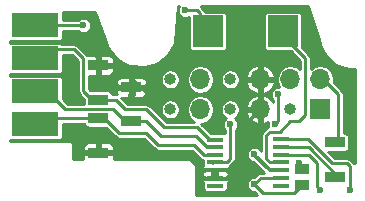
<source format=gtl>
G04 #@! TF.FileFunction,Copper,L1,Top,Signal*
%FSLAX46Y46*%
G04 Gerber Fmt 4.6, Leading zero omitted, Abs format (unit mm)*
G04 Created by KiCad (PCBNEW 4.0.7) date 12/02/17 21:13:14*
%MOMM*%
%LPD*%
G01*
G04 APERTURE LIST*
%ADD10C,0.100000*%
%ADD11R,1.397000X0.431800*%
%ADD12R,1.700000X0.900000*%
%ADD13R,4.000000X2.000000*%
%ADD14R,2.550000X2.700000*%
%ADD15R,1.270000X0.970000*%
%ADD16R,1.700000X1.700000*%
%ADD17O,1.700000X1.700000*%
%ADD18O,1.000000X1.000000*%
%ADD19C,0.600000*%
%ADD20C,0.250000*%
%ADD21C,0.300000*%
%ADD22C,0.254000*%
G04 APERTURE END LIST*
D10*
D11*
X141478000Y-107708700D03*
X141478000Y-108343700D03*
X141478000Y-109004100D03*
X141478000Y-109639100D03*
X141478000Y-110299500D03*
X141478000Y-110947200D03*
X141478000Y-111594900D03*
X147066000Y-111594900D03*
X147066000Y-110947200D03*
X147066000Y-110299500D03*
X147066000Y-109639100D03*
X147066000Y-108991400D03*
X147066000Y-108343700D03*
X147066000Y-107696000D03*
D12*
X131572000Y-104320000D03*
X131572000Y-101420000D03*
X134366000Y-106172000D03*
X134366000Y-103272000D03*
X131572000Y-105918000D03*
X131572000Y-108818000D03*
X151638000Y-107950000D03*
X151638000Y-110850000D03*
D13*
X126238000Y-98044000D03*
X126238000Y-100838000D03*
X126238000Y-103632000D03*
X126238000Y-106426000D03*
D14*
X147193000Y-98552000D03*
X140843000Y-98552000D03*
D15*
X148844000Y-111516000D03*
X148844000Y-110236000D03*
D16*
X150368000Y-105156000D03*
D17*
X150368000Y-102616000D03*
D18*
X147828000Y-105156000D03*
D17*
X147828000Y-102616000D03*
X145288000Y-105156000D03*
X145288000Y-102616000D03*
D18*
X142748000Y-105156000D03*
X142748000Y-102616000D03*
D17*
X140208000Y-105156000D03*
X140208000Y-102616000D03*
D18*
X137668000Y-105156000D03*
X137668000Y-102616000D03*
D19*
X138938000Y-96774000D03*
X146558000Y-106426000D03*
X142748000Y-106426000D03*
X146811996Y-103886000D03*
X152908000Y-112014000D03*
X150368000Y-112014000D03*
X144780000Y-110236000D03*
X143510000Y-109474000D03*
X140208000Y-112014000D03*
X136550775Y-104266739D03*
X136397994Y-108966000D03*
X152654000Y-105918020D03*
X152908000Y-108966000D03*
X129032010Y-103632000D03*
X148590000Y-109728000D03*
X138684000Y-101346000D03*
X133350000Y-108204000D03*
X134366000Y-104140000D03*
X129540000Y-107188000D03*
X129032000Y-101092000D03*
X129793996Y-99060000D03*
X144018000Y-101346000D03*
X144780000Y-111506000D03*
X144780000Y-108966000D03*
X130302000Y-98044000D03*
D20*
X151892000Y-107696000D02*
X151892000Y-103886000D01*
X151892000Y-103886000D02*
X150622000Y-102616000D01*
X150622000Y-102616000D02*
X150368000Y-102616000D01*
X147066000Y-109639100D02*
X146117500Y-109639100D01*
X146117500Y-109639100D02*
X145796000Y-109317600D01*
X145796000Y-109317600D02*
X145796000Y-107316410D01*
X146948998Y-107051002D02*
X147828000Y-106172000D01*
X147828000Y-106172000D02*
X148590000Y-106172000D01*
X148590000Y-106172000D02*
X149098000Y-105664000D01*
X145796000Y-107316410D02*
X146061408Y-107051002D01*
X146061408Y-107051002D02*
X146948998Y-107051002D01*
X149098000Y-105664000D02*
X149098000Y-100838000D01*
X149098000Y-100838000D02*
X147193000Y-98933000D01*
X147193000Y-98933000D02*
X147193000Y-98552000D01*
X138938000Y-96774000D02*
X139954000Y-96774000D01*
X139954000Y-96774000D02*
X140208000Y-97028000D01*
X140208000Y-97028000D02*
X140208000Y-97917000D01*
X140208000Y-97917000D02*
X140843000Y-98552000D01*
X131572000Y-104320000D02*
X133022000Y-104320000D01*
X133858000Y-105156000D02*
X135636000Y-105156000D01*
X133022000Y-104320000D02*
X133858000Y-105156000D01*
X135636000Y-105156000D02*
X137160000Y-106680000D01*
X137160000Y-106680000D02*
X139954000Y-106680000D01*
X139954000Y-106680000D02*
X140982700Y-107708700D01*
X140982700Y-107708700D02*
X141224000Y-107708700D01*
X141224000Y-107708700D02*
X141224000Y-107696000D01*
X127000000Y-100838000D02*
X127762000Y-100076000D01*
X127762000Y-100076000D02*
X129540000Y-100076000D01*
X129540000Y-100076000D02*
X130302000Y-100838000D01*
X130302000Y-100838000D02*
X130302000Y-103632000D01*
X130302000Y-103632000D02*
X130810000Y-104140000D01*
X130810000Y-104140000D02*
X131392000Y-104140000D01*
X131392000Y-104140000D02*
X131572000Y-104320000D01*
X141224000Y-108343700D02*
X140730110Y-108343700D01*
X140730110Y-108343700D02*
X139828410Y-107442000D01*
X139828410Y-107442000D02*
X136906000Y-107442000D01*
X136906000Y-107442000D02*
X135636000Y-106172000D01*
X135636000Y-106172000D02*
X133858000Y-106172000D01*
X133858000Y-106172000D02*
X132828999Y-105142999D01*
X132828999Y-105142999D02*
X128764999Y-105142999D01*
X128764999Y-105142999D02*
X127254000Y-103632000D01*
X127254000Y-103632000D02*
X126238000Y-103632000D01*
X127508000Y-103632000D02*
X127000000Y-103632000D01*
X141127910Y-108908010D02*
X141224000Y-109004100D01*
X141224000Y-109004100D02*
X140500100Y-109004100D01*
X140500100Y-109004100D02*
X139700000Y-108204000D01*
X139700000Y-108204000D02*
X136652000Y-108204000D01*
X136652000Y-108204000D02*
X135636000Y-107188000D01*
X135636000Y-107188000D02*
X133350000Y-107188000D01*
X133350000Y-107188000D02*
X132080000Y-105918000D01*
X132080000Y-105918000D02*
X131572000Y-105918000D01*
X127000000Y-106426000D02*
X127508000Y-105918000D01*
X127508000Y-105918000D02*
X131318000Y-105918000D01*
X131318000Y-105918000D02*
X131572000Y-105918000D01*
X146812000Y-105538411D02*
X146812000Y-106172000D01*
X146812000Y-106172000D02*
X146558000Y-106426000D01*
X146811996Y-103886000D02*
X146811996Y-106172004D01*
X146811996Y-106172004D02*
X146558000Y-106426000D01*
X142748000Y-106850264D02*
X142748000Y-106426000D01*
X142748000Y-109317600D02*
X142748000Y-106850264D01*
X142426500Y-109639100D02*
X142748000Y-109317600D01*
X141478000Y-109639100D02*
X142426500Y-109639100D01*
X142748000Y-106934000D02*
X142748000Y-106426000D01*
X141224000Y-109639100D02*
X141312900Y-109728000D01*
X146812000Y-107696000D02*
X149352000Y-107696000D01*
X149352000Y-107696000D02*
X151384000Y-109728000D01*
X151384000Y-109728000D02*
X152654000Y-109728000D01*
X152654000Y-109728000D02*
X152908000Y-109982000D01*
X152908000Y-109982000D02*
X152908000Y-111589736D01*
X152908000Y-111589736D02*
X152908000Y-112014000D01*
X149363290Y-108343700D02*
X151869590Y-110850000D01*
X146812000Y-108343700D02*
X149363290Y-108343700D01*
X150068001Y-109684822D02*
X150068001Y-111714001D01*
X149374579Y-108991400D02*
X150068001Y-109684822D01*
X146812000Y-108991400D02*
X149374579Y-108991400D01*
X150068001Y-111714001D02*
X150368000Y-112014000D01*
X143510000Y-109474000D02*
X144018000Y-109474000D01*
X144018000Y-109474000D02*
X144780000Y-110236000D01*
X145288000Y-105156000D02*
X143510000Y-106934000D01*
X143510000Y-106934000D02*
X143510000Y-109049736D01*
X143510000Y-110744000D02*
X143510000Y-109474000D01*
X143510000Y-109049736D02*
X143510000Y-109474000D01*
X131572000Y-108818000D02*
X130154000Y-108818000D01*
X130154000Y-108818000D02*
X130048000Y-108712000D01*
X130048000Y-108712000D02*
X130048000Y-107696000D01*
X130048000Y-107696000D02*
X129540000Y-107188000D01*
X140208000Y-111589736D02*
X140208000Y-112014000D01*
X140208000Y-111252000D02*
X140208000Y-111589736D01*
X139954000Y-110998000D02*
X140208000Y-111252000D01*
X148590000Y-109728000D02*
X148590000Y-109982000D01*
X148590000Y-109982000D02*
X148844000Y-110236000D01*
X141224000Y-110299500D02*
X143319500Y-110299500D01*
X143319500Y-110299500D02*
X143510000Y-110490000D01*
X143510000Y-110490000D02*
X143510000Y-110744000D01*
X141224000Y-110947200D02*
X143306800Y-110947200D01*
X143306800Y-110947200D02*
X143510000Y-110744000D01*
X138684000Y-101346000D02*
X144018000Y-101346000D01*
X136122739Y-104266739D02*
X136126511Y-104266739D01*
X134218000Y-102362000D02*
X136122739Y-104266739D01*
X136126511Y-104266739D02*
X136550775Y-104266739D01*
X136822258Y-108966000D02*
X136397994Y-108966000D01*
X138938000Y-108966000D02*
X136822258Y-108966000D01*
X139954000Y-109982000D02*
X138938000Y-108966000D01*
X135382000Y-108204000D02*
X136144000Y-108966000D01*
X136144000Y-108966000D02*
X136397994Y-108966000D01*
X137414000Y-108966000D02*
X136397994Y-108966000D01*
X152953999Y-106218019D02*
X152654000Y-105918020D01*
X153207999Y-106472019D02*
X152953999Y-106218019D01*
X153207999Y-108666001D02*
X153207999Y-106472019D01*
X152908000Y-108966000D02*
X153207999Y-108666001D01*
X129032000Y-103631990D02*
X129032010Y-103632000D01*
X129032000Y-101092000D02*
X129032000Y-103631990D01*
X133350000Y-108204000D02*
X135382000Y-108204000D01*
X139954000Y-109982000D02*
X139954000Y-110998000D01*
X139954000Y-110998000D02*
X140004800Y-110947200D01*
X140004800Y-110947200D02*
X141224000Y-110947200D01*
X134112000Y-102362000D02*
X134218000Y-102362000D01*
X134218000Y-102362000D02*
X134366000Y-102510000D01*
X131572000Y-101346000D02*
X133096000Y-101346000D01*
X133096000Y-101346000D02*
X134112000Y-102362000D01*
X133350000Y-108204000D02*
X133350000Y-108458000D01*
X133350000Y-108458000D02*
X132990000Y-108818000D01*
X132990000Y-108818000D02*
X131572000Y-108818000D01*
X141224000Y-110299500D02*
X140271500Y-110299500D01*
X140271500Y-110299500D02*
X139954000Y-109982000D01*
X141224000Y-110947200D02*
X141224000Y-110299500D01*
X134620000Y-103969736D02*
X134449736Y-104140000D01*
X134449736Y-104140000D02*
X134366000Y-104140000D01*
X134366000Y-102510000D02*
X134366000Y-102870000D01*
X134366000Y-102870000D02*
X134620000Y-103124000D01*
X134620000Y-103124000D02*
X134620000Y-103969736D01*
X134620000Y-103886000D02*
X134620000Y-103969736D01*
X130093995Y-99359999D02*
X129793996Y-99060000D01*
X131572000Y-100838004D02*
X130093995Y-99359999D01*
X131572000Y-101346000D02*
X131572000Y-100838004D01*
X131572000Y-101346000D02*
X131826000Y-101600000D01*
X145338800Y-110947200D02*
X147066000Y-110947200D01*
X144780000Y-111506000D02*
X145525000Y-112251000D01*
X145525000Y-112251000D02*
X148109000Y-112251000D01*
X148109000Y-112251000D02*
X148844000Y-111516000D01*
X144780000Y-111506000D02*
X145338800Y-110947200D01*
D21*
X144780000Y-109012000D02*
X144780000Y-108966000D01*
X147066000Y-110299500D02*
X146067500Y-110299500D01*
X146067500Y-110299500D02*
X144780000Y-109012000D01*
D20*
X127000000Y-98044000D02*
X130302000Y-98044000D01*
X129250000Y-98044000D02*
X130302000Y-98044000D01*
D22*
G36*
X138406765Y-96418369D02*
X138311109Y-96648735D01*
X138310891Y-96898171D01*
X138406145Y-97128703D01*
X138582369Y-97305235D01*
X138812735Y-97400891D01*
X139062171Y-97401109D01*
X139234594Y-97329865D01*
X139234594Y-99902000D01*
X139257395Y-100023179D01*
X139329012Y-100134474D01*
X139438286Y-100209138D01*
X139568000Y-100235406D01*
X142118000Y-100235406D01*
X142239179Y-100212605D01*
X142350474Y-100140988D01*
X142425138Y-100031714D01*
X142451406Y-99902000D01*
X142451406Y-97202000D01*
X142428605Y-97080821D01*
X142356988Y-96969526D01*
X142247714Y-96894862D01*
X142118000Y-96868594D01*
X140628293Y-96868594D01*
X140625594Y-96855027D01*
X140527612Y-96708388D01*
X140273612Y-96454388D01*
X140213168Y-96414000D01*
X149316254Y-96414000D01*
X150232650Y-99163186D01*
X150323869Y-99621777D01*
X150346356Y-99676066D01*
X150363330Y-99732323D01*
X150831529Y-100611418D01*
X150930854Y-100732815D01*
X151699826Y-101365818D01*
X151699828Y-101365821D01*
X151723785Y-101378672D01*
X151838050Y-101439968D01*
X151838055Y-101439968D01*
X152790731Y-101730515D01*
X152849786Y-101736421D01*
X152908000Y-101748000D01*
X153268000Y-101748000D01*
X153268000Y-109722832D01*
X153227612Y-109662388D01*
X152973612Y-109408388D01*
X152826973Y-109310406D01*
X152654000Y-109276000D01*
X151571224Y-109276000D01*
X151028630Y-108733406D01*
X152488000Y-108733406D01*
X152609179Y-108710605D01*
X152720474Y-108638988D01*
X152795138Y-108529714D01*
X152821406Y-108400000D01*
X152821406Y-107500000D01*
X152798605Y-107378821D01*
X152726988Y-107267526D01*
X152617714Y-107192862D01*
X152488000Y-107166594D01*
X152344000Y-107166594D01*
X152344000Y-103886000D01*
X152309594Y-103713027D01*
X152211612Y-103566388D01*
X151501744Y-102856520D01*
X151545000Y-102639059D01*
X151545000Y-102592941D01*
X151455406Y-102142523D01*
X151200265Y-101760676D01*
X150818418Y-101505535D01*
X150368000Y-101415941D01*
X149917582Y-101505535D01*
X149550000Y-101751144D01*
X149550000Y-100838000D01*
X149515594Y-100665027D01*
X149417612Y-100518388D01*
X148801375Y-99902151D01*
X148801406Y-99902000D01*
X148801406Y-97202000D01*
X148778605Y-97080821D01*
X148706988Y-96969526D01*
X148597714Y-96894862D01*
X148468000Y-96868594D01*
X145918000Y-96868594D01*
X145796821Y-96891395D01*
X145685526Y-96963012D01*
X145610862Y-97072286D01*
X145584594Y-97202000D01*
X145584594Y-99902000D01*
X145607395Y-100023179D01*
X145679012Y-100134474D01*
X145788286Y-100209138D01*
X145918000Y-100235406D01*
X147856182Y-100235406D01*
X148646000Y-101025224D01*
X148646000Y-101751144D01*
X148278418Y-101505535D01*
X147828000Y-101415941D01*
X147377582Y-101505535D01*
X146995735Y-101760676D01*
X146740594Y-102142523D01*
X146651000Y-102592941D01*
X146651000Y-102639059D01*
X146740594Y-103089477D01*
X146853889Y-103259036D01*
X146687825Y-103258891D01*
X146457293Y-103354145D01*
X146280761Y-103530369D01*
X146185105Y-103760735D01*
X146184887Y-104010171D01*
X146280141Y-104240703D01*
X146359996Y-104320698D01*
X146359996Y-104496601D01*
X146305076Y-104383786D01*
X145932142Y-104053349D01*
X145612213Y-103920842D01*
X145415000Y-103992662D01*
X145415000Y-105029000D01*
X145435000Y-105029000D01*
X145435000Y-105283000D01*
X145415000Y-105283000D01*
X145415000Y-106319338D01*
X145612213Y-106391158D01*
X145932142Y-106258651D01*
X145958154Y-106235603D01*
X145931109Y-106300735D01*
X145930891Y-106550171D01*
X145959448Y-106619283D01*
X145888435Y-106633408D01*
X145741796Y-106731389D01*
X145476388Y-106996798D01*
X145378406Y-107143437D01*
X145344000Y-107316410D01*
X145344000Y-108689094D01*
X145311855Y-108611297D01*
X145135631Y-108434765D01*
X144905265Y-108339109D01*
X144655829Y-108338891D01*
X144425297Y-108434145D01*
X144248765Y-108610369D01*
X144153109Y-108840735D01*
X144152891Y-109090171D01*
X144248145Y-109320703D01*
X144424369Y-109497235D01*
X144654735Y-109592891D01*
X144686339Y-109592919D01*
X145588620Y-110495200D01*
X145338800Y-110495200D01*
X145165827Y-110529606D01*
X145019188Y-110627587D01*
X144767787Y-110878989D01*
X144655829Y-110878891D01*
X144425297Y-110974145D01*
X144248765Y-111150369D01*
X144153109Y-111380735D01*
X144152891Y-111630171D01*
X144248145Y-111860703D01*
X144424369Y-112037235D01*
X144654735Y-112132891D01*
X144767766Y-112132990D01*
X145008776Y-112374000D01*
X139848000Y-112374000D01*
X139848000Y-111161900D01*
X140352500Y-111161900D01*
X140352500Y-111248035D01*
X140417507Y-111404976D01*
X140446094Y-111433563D01*
X140446094Y-111810800D01*
X140468895Y-111931979D01*
X140540512Y-112043274D01*
X140649786Y-112117938D01*
X140779500Y-112144206D01*
X142176500Y-112144206D01*
X142297679Y-112121405D01*
X142408974Y-112049788D01*
X142483638Y-111940514D01*
X142509906Y-111810800D01*
X142509906Y-111433563D01*
X142538493Y-111404976D01*
X142603500Y-111248035D01*
X142603500Y-111161900D01*
X142496750Y-111055150D01*
X142223688Y-111055150D01*
X142176500Y-111045594D01*
X140779500Y-111045594D01*
X140728713Y-111055150D01*
X140459250Y-111055150D01*
X140352500Y-111161900D01*
X139848000Y-111161900D01*
X139848000Y-110514200D01*
X140352500Y-110514200D01*
X140352500Y-110600335D01*
X140362033Y-110623350D01*
X140352500Y-110646365D01*
X140352500Y-110732500D01*
X140459250Y-110839250D01*
X140499481Y-110839250D01*
X140537624Y-110877393D01*
X140694564Y-110942400D01*
X141244250Y-110942400D01*
X141347400Y-110839250D01*
X141351000Y-110839250D01*
X141351000Y-110407450D01*
X141605000Y-110407450D01*
X141605000Y-110839250D01*
X141608600Y-110839250D01*
X141711750Y-110942400D01*
X142261436Y-110942400D01*
X142418376Y-110877393D01*
X142456519Y-110839250D01*
X142496750Y-110839250D01*
X142603500Y-110732500D01*
X142603500Y-110646365D01*
X142593967Y-110623350D01*
X142603500Y-110600335D01*
X142603500Y-110514200D01*
X142496750Y-110407450D01*
X142456519Y-110407450D01*
X142418376Y-110369307D01*
X142261436Y-110304300D01*
X141711750Y-110304300D01*
X141608600Y-110407450D01*
X141605000Y-110407450D01*
X141351000Y-110407450D01*
X141347400Y-110407450D01*
X141244250Y-110304300D01*
X140694564Y-110304300D01*
X140537624Y-110369307D01*
X140499481Y-110407450D01*
X140459250Y-110407450D01*
X140352500Y-110514200D01*
X139848000Y-110514200D01*
X139848000Y-109728000D01*
X139817400Y-109574161D01*
X139730257Y-109443743D01*
X139599839Y-109356600D01*
X139446000Y-109326000D01*
X132849000Y-109326000D01*
X132849000Y-109051750D01*
X132742250Y-108945000D01*
X131699000Y-108945000D01*
X131699000Y-108965000D01*
X131445000Y-108965000D01*
X131445000Y-108945000D01*
X130401750Y-108945000D01*
X130295000Y-109051750D01*
X130295000Y-109326000D01*
X129434000Y-109326000D01*
X129434000Y-108283065D01*
X130295000Y-108283065D01*
X130295000Y-108584250D01*
X130401750Y-108691000D01*
X131445000Y-108691000D01*
X131445000Y-108047750D01*
X131699000Y-108047750D01*
X131699000Y-108691000D01*
X132742250Y-108691000D01*
X132849000Y-108584250D01*
X132849000Y-108283065D01*
X132783993Y-108126124D01*
X132663876Y-108006007D01*
X132506936Y-107941000D01*
X131805750Y-107941000D01*
X131699000Y-108047750D01*
X131445000Y-108047750D01*
X131338250Y-107941000D01*
X130637064Y-107941000D01*
X130480124Y-108006007D01*
X130360007Y-108126124D01*
X130295000Y-108283065D01*
X129434000Y-108283065D01*
X129434000Y-108204000D01*
X129403400Y-108050161D01*
X129316257Y-107919743D01*
X129185839Y-107832600D01*
X129032000Y-107802000D01*
X124100000Y-107802000D01*
X124100000Y-107727476D01*
X124108286Y-107733138D01*
X124238000Y-107759406D01*
X128238000Y-107759406D01*
X128359179Y-107736605D01*
X128470474Y-107664988D01*
X128545138Y-107555714D01*
X128571406Y-107426000D01*
X128571406Y-106370000D01*
X130388970Y-106370000D01*
X130411395Y-106489179D01*
X130483012Y-106600474D01*
X130592286Y-106675138D01*
X130722000Y-106701406D01*
X132224182Y-106701406D01*
X133030388Y-107507612D01*
X133177027Y-107605594D01*
X133350000Y-107640000D01*
X135448776Y-107640000D01*
X136332388Y-108523612D01*
X136479027Y-108621594D01*
X136652000Y-108656000D01*
X139512776Y-108656000D01*
X140180488Y-109323712D01*
X140327127Y-109421694D01*
X140446094Y-109445358D01*
X140446094Y-109813137D01*
X140417507Y-109841724D01*
X140352500Y-109998665D01*
X140352500Y-110084800D01*
X140459250Y-110191550D01*
X141351000Y-110191550D01*
X141351000Y-110188406D01*
X141605000Y-110188406D01*
X141605000Y-110191550D01*
X142496750Y-110191550D01*
X142603500Y-110084800D01*
X142603500Y-110054003D01*
X142746112Y-109958712D01*
X143067613Y-109637212D01*
X143165594Y-109490573D01*
X143200000Y-109317600D01*
X143200000Y-106860728D01*
X143279235Y-106781631D01*
X143374891Y-106551265D01*
X143375109Y-106301829D01*
X143279855Y-106071297D01*
X143112808Y-105903958D01*
X143332777Y-105756979D01*
X143512048Y-105488681D01*
X143513732Y-105480215D01*
X144052831Y-105480215D01*
X144270924Y-105928214D01*
X144643858Y-106258651D01*
X144963787Y-106391158D01*
X145161000Y-106319338D01*
X145161000Y-105283000D01*
X144124070Y-105283000D01*
X144052831Y-105480215D01*
X143513732Y-105480215D01*
X143575000Y-105172202D01*
X143575000Y-105139798D01*
X143513733Y-104831785D01*
X144052831Y-104831785D01*
X144124070Y-105029000D01*
X145161000Y-105029000D01*
X145161000Y-103992662D01*
X144963787Y-103920842D01*
X144643858Y-104053349D01*
X144270924Y-104383786D01*
X144052831Y-104831785D01*
X143513733Y-104831785D01*
X143512048Y-104823319D01*
X143332777Y-104555021D01*
X143064479Y-104375750D01*
X142748000Y-104312798D01*
X142431521Y-104375750D01*
X142163223Y-104555021D01*
X141983952Y-104823319D01*
X141921000Y-105139798D01*
X141921000Y-105172202D01*
X141983952Y-105488681D01*
X142163223Y-105756979D01*
X142383357Y-105904068D01*
X142216765Y-106070369D01*
X142121109Y-106300735D01*
X142120891Y-106550171D01*
X142216145Y-106780703D01*
X142296000Y-106860698D01*
X142296000Y-107183594D01*
X142176500Y-107159394D01*
X141072619Y-107159394D01*
X140273612Y-106360388D01*
X140253568Y-106346995D01*
X140658418Y-106266465D01*
X141040265Y-106011324D01*
X141295406Y-105629477D01*
X141385000Y-105179059D01*
X141385000Y-105132941D01*
X141295406Y-104682523D01*
X141040265Y-104300676D01*
X140658418Y-104045535D01*
X140208000Y-103955941D01*
X139757582Y-104045535D01*
X139375735Y-104300676D01*
X139120594Y-104682523D01*
X139031000Y-105132941D01*
X139031000Y-105179059D01*
X139120594Y-105629477D01*
X139375735Y-106011324D01*
X139700015Y-106228000D01*
X137347225Y-106228000D01*
X136259023Y-105139798D01*
X136841000Y-105139798D01*
X136841000Y-105172202D01*
X136903952Y-105488681D01*
X137083223Y-105756979D01*
X137351521Y-105936250D01*
X137668000Y-105999202D01*
X137984479Y-105936250D01*
X138252777Y-105756979D01*
X138432048Y-105488681D01*
X138495000Y-105172202D01*
X138495000Y-105139798D01*
X138432048Y-104823319D01*
X138252777Y-104555021D01*
X137984479Y-104375750D01*
X137668000Y-104312798D01*
X137351521Y-104375750D01*
X137083223Y-104555021D01*
X136903952Y-104823319D01*
X136841000Y-105139798D01*
X136259023Y-105139798D01*
X135955612Y-104836388D01*
X135808973Y-104738406D01*
X135636000Y-104704000D01*
X134045225Y-104704000D01*
X133490224Y-104149000D01*
X134132250Y-104149000D01*
X134239000Y-104042250D01*
X134239000Y-103399000D01*
X134493000Y-103399000D01*
X134493000Y-104042250D01*
X134599750Y-104149000D01*
X135300936Y-104149000D01*
X135457876Y-104083993D01*
X135577993Y-103963876D01*
X135643000Y-103806935D01*
X135643000Y-103505750D01*
X135536250Y-103399000D01*
X134493000Y-103399000D01*
X134239000Y-103399000D01*
X133195750Y-103399000D01*
X133089000Y-103505750D01*
X133089000Y-103806935D01*
X133122581Y-103888007D01*
X133022000Y-103868000D01*
X132755030Y-103868000D01*
X132732605Y-103748821D01*
X132660988Y-103637526D01*
X132551714Y-103562862D01*
X132422000Y-103536594D01*
X130845818Y-103536594D01*
X130754000Y-103444776D01*
X130754000Y-102737065D01*
X133089000Y-102737065D01*
X133089000Y-103038250D01*
X133195750Y-103145000D01*
X134239000Y-103145000D01*
X134239000Y-102501750D01*
X134493000Y-102501750D01*
X134493000Y-103145000D01*
X135536250Y-103145000D01*
X135643000Y-103038250D01*
X135643000Y-102737065D01*
X135586143Y-102599798D01*
X136841000Y-102599798D01*
X136841000Y-102632202D01*
X136903952Y-102948681D01*
X137083223Y-103216979D01*
X137351521Y-103396250D01*
X137668000Y-103459202D01*
X137984479Y-103396250D01*
X138252777Y-103216979D01*
X138432048Y-102948681D01*
X138495000Y-102632202D01*
X138495000Y-102599798D01*
X138493637Y-102592941D01*
X139031000Y-102592941D01*
X139031000Y-102639059D01*
X139120594Y-103089477D01*
X139375735Y-103471324D01*
X139757582Y-103726465D01*
X140208000Y-103816059D01*
X140658418Y-103726465D01*
X141040265Y-103471324D01*
X141295406Y-103089477D01*
X141385000Y-102639059D01*
X141385000Y-102599798D01*
X141921000Y-102599798D01*
X141921000Y-102632202D01*
X141983952Y-102948681D01*
X142163223Y-103216979D01*
X142431521Y-103396250D01*
X142748000Y-103459202D01*
X143064479Y-103396250D01*
X143332777Y-103216979D01*
X143512048Y-102948681D01*
X143513732Y-102940215D01*
X144052831Y-102940215D01*
X144270924Y-103388214D01*
X144643858Y-103718651D01*
X144963787Y-103851158D01*
X145161000Y-103779338D01*
X145161000Y-102743000D01*
X145415000Y-102743000D01*
X145415000Y-103779338D01*
X145612213Y-103851158D01*
X145932142Y-103718651D01*
X146305076Y-103388214D01*
X146523169Y-102940215D01*
X146451930Y-102743000D01*
X145415000Y-102743000D01*
X145161000Y-102743000D01*
X144124070Y-102743000D01*
X144052831Y-102940215D01*
X143513732Y-102940215D01*
X143575000Y-102632202D01*
X143575000Y-102599798D01*
X143513733Y-102291785D01*
X144052831Y-102291785D01*
X144124070Y-102489000D01*
X145161000Y-102489000D01*
X145161000Y-101452662D01*
X145415000Y-101452662D01*
X145415000Y-102489000D01*
X146451930Y-102489000D01*
X146523169Y-102291785D01*
X146305076Y-101843786D01*
X145932142Y-101513349D01*
X145612213Y-101380842D01*
X145415000Y-101452662D01*
X145161000Y-101452662D01*
X144963787Y-101380842D01*
X144643858Y-101513349D01*
X144270924Y-101843786D01*
X144052831Y-102291785D01*
X143513733Y-102291785D01*
X143512048Y-102283319D01*
X143332777Y-102015021D01*
X143064479Y-101835750D01*
X142748000Y-101772798D01*
X142431521Y-101835750D01*
X142163223Y-102015021D01*
X141983952Y-102283319D01*
X141921000Y-102599798D01*
X141385000Y-102599798D01*
X141385000Y-102592941D01*
X141295406Y-102142523D01*
X141040265Y-101760676D01*
X140658418Y-101505535D01*
X140208000Y-101415941D01*
X139757582Y-101505535D01*
X139375735Y-101760676D01*
X139120594Y-102142523D01*
X139031000Y-102592941D01*
X138493637Y-102592941D01*
X138432048Y-102283319D01*
X138252777Y-102015021D01*
X137984479Y-101835750D01*
X137668000Y-101772798D01*
X137351521Y-101835750D01*
X137083223Y-102015021D01*
X136903952Y-102283319D01*
X136841000Y-102599798D01*
X135586143Y-102599798D01*
X135577993Y-102580124D01*
X135457876Y-102460007D01*
X135300936Y-102395000D01*
X134599750Y-102395000D01*
X134493000Y-102501750D01*
X134239000Y-102501750D01*
X134132250Y-102395000D01*
X133431064Y-102395000D01*
X133274124Y-102460007D01*
X133154007Y-102580124D01*
X133089000Y-102737065D01*
X130754000Y-102737065D01*
X130754000Y-102297000D01*
X131338250Y-102297000D01*
X131445000Y-102190250D01*
X131445000Y-101547000D01*
X131699000Y-101547000D01*
X131699000Y-102190250D01*
X131805750Y-102297000D01*
X132506936Y-102297000D01*
X132663876Y-102231993D01*
X132783993Y-102111876D01*
X132849000Y-101954935D01*
X132849000Y-101653750D01*
X132742250Y-101547000D01*
X131699000Y-101547000D01*
X131445000Y-101547000D01*
X131425000Y-101547000D01*
X131425000Y-101293000D01*
X131445000Y-101293000D01*
X131445000Y-100649750D01*
X131699000Y-100649750D01*
X131699000Y-101293000D01*
X132742250Y-101293000D01*
X132849000Y-101186250D01*
X132849000Y-100885065D01*
X132783993Y-100728124D01*
X132663876Y-100608007D01*
X132506936Y-100543000D01*
X131805750Y-100543000D01*
X131699000Y-100649750D01*
X131445000Y-100649750D01*
X131338250Y-100543000D01*
X130638057Y-100543000D01*
X130621612Y-100518388D01*
X129859612Y-99756388D01*
X129712973Y-99658406D01*
X129540000Y-99624000D01*
X128488876Y-99624000D01*
X128476988Y-99605526D01*
X128367714Y-99530862D01*
X128238000Y-99504594D01*
X124238000Y-99504594D01*
X124116821Y-99527395D01*
X124100000Y-99538219D01*
X124100000Y-99345476D01*
X124108286Y-99351138D01*
X124238000Y-99377406D01*
X128238000Y-99377406D01*
X128359179Y-99354605D01*
X128470474Y-99282988D01*
X128545138Y-99173714D01*
X128571406Y-99044000D01*
X128571406Y-98496000D01*
X129867272Y-98496000D01*
X129946369Y-98575235D01*
X130176735Y-98670891D01*
X130426171Y-98671109D01*
X130656703Y-98575855D01*
X130833235Y-98399631D01*
X130928891Y-98169265D01*
X130929109Y-97919829D01*
X130833855Y-97689297D01*
X130657631Y-97512765D01*
X130427265Y-97417109D01*
X130177829Y-97416891D01*
X129947297Y-97512145D01*
X129867302Y-97592000D01*
X128571406Y-97592000D01*
X128571406Y-97044000D01*
X128548605Y-96922821D01*
X128548077Y-96922000D01*
X131290428Y-96922000D01*
X132210203Y-99451381D01*
X132214852Y-99459047D01*
X132216600Y-99467837D01*
X132421733Y-99963074D01*
X132454882Y-100012686D01*
X132483167Y-100065214D01*
X133142019Y-100863024D01*
X133142021Y-100863027D01*
X133191754Y-100903587D01*
X133263575Y-100962162D01*
X133263579Y-100962163D01*
X134177587Y-101447112D01*
X134327825Y-101492184D01*
X134327830Y-101492184D01*
X135357839Y-101590442D01*
X135357844Y-101590443D01*
X135435869Y-101582516D01*
X135513894Y-101574590D01*
X135513898Y-101574588D01*
X136503105Y-101271198D01*
X136503110Y-101271198D01*
X136582526Y-101228435D01*
X136641215Y-101196834D01*
X136641220Y-101196828D01*
X137439024Y-100537981D01*
X137439027Y-100537979D01*
X137501603Y-100461251D01*
X137538162Y-100416425D01*
X137538163Y-100416421D01*
X138023112Y-99502413D01*
X138024189Y-99498821D01*
X138026507Y-99495871D01*
X138046686Y-99423836D01*
X138068184Y-99352175D01*
X138067805Y-99348442D01*
X138068816Y-99344832D01*
X138294265Y-96414000D01*
X138411142Y-96414000D01*
X138406765Y-96418369D01*
X138406765Y-96418369D01*
G37*
X138406765Y-96418369D02*
X138311109Y-96648735D01*
X138310891Y-96898171D01*
X138406145Y-97128703D01*
X138582369Y-97305235D01*
X138812735Y-97400891D01*
X139062171Y-97401109D01*
X139234594Y-97329865D01*
X139234594Y-99902000D01*
X139257395Y-100023179D01*
X139329012Y-100134474D01*
X139438286Y-100209138D01*
X139568000Y-100235406D01*
X142118000Y-100235406D01*
X142239179Y-100212605D01*
X142350474Y-100140988D01*
X142425138Y-100031714D01*
X142451406Y-99902000D01*
X142451406Y-97202000D01*
X142428605Y-97080821D01*
X142356988Y-96969526D01*
X142247714Y-96894862D01*
X142118000Y-96868594D01*
X140628293Y-96868594D01*
X140625594Y-96855027D01*
X140527612Y-96708388D01*
X140273612Y-96454388D01*
X140213168Y-96414000D01*
X149316254Y-96414000D01*
X150232650Y-99163186D01*
X150323869Y-99621777D01*
X150346356Y-99676066D01*
X150363330Y-99732323D01*
X150831529Y-100611418D01*
X150930854Y-100732815D01*
X151699826Y-101365818D01*
X151699828Y-101365821D01*
X151723785Y-101378672D01*
X151838050Y-101439968D01*
X151838055Y-101439968D01*
X152790731Y-101730515D01*
X152849786Y-101736421D01*
X152908000Y-101748000D01*
X153268000Y-101748000D01*
X153268000Y-109722832D01*
X153227612Y-109662388D01*
X152973612Y-109408388D01*
X152826973Y-109310406D01*
X152654000Y-109276000D01*
X151571224Y-109276000D01*
X151028630Y-108733406D01*
X152488000Y-108733406D01*
X152609179Y-108710605D01*
X152720474Y-108638988D01*
X152795138Y-108529714D01*
X152821406Y-108400000D01*
X152821406Y-107500000D01*
X152798605Y-107378821D01*
X152726988Y-107267526D01*
X152617714Y-107192862D01*
X152488000Y-107166594D01*
X152344000Y-107166594D01*
X152344000Y-103886000D01*
X152309594Y-103713027D01*
X152211612Y-103566388D01*
X151501744Y-102856520D01*
X151545000Y-102639059D01*
X151545000Y-102592941D01*
X151455406Y-102142523D01*
X151200265Y-101760676D01*
X150818418Y-101505535D01*
X150368000Y-101415941D01*
X149917582Y-101505535D01*
X149550000Y-101751144D01*
X149550000Y-100838000D01*
X149515594Y-100665027D01*
X149417612Y-100518388D01*
X148801375Y-99902151D01*
X148801406Y-99902000D01*
X148801406Y-97202000D01*
X148778605Y-97080821D01*
X148706988Y-96969526D01*
X148597714Y-96894862D01*
X148468000Y-96868594D01*
X145918000Y-96868594D01*
X145796821Y-96891395D01*
X145685526Y-96963012D01*
X145610862Y-97072286D01*
X145584594Y-97202000D01*
X145584594Y-99902000D01*
X145607395Y-100023179D01*
X145679012Y-100134474D01*
X145788286Y-100209138D01*
X145918000Y-100235406D01*
X147856182Y-100235406D01*
X148646000Y-101025224D01*
X148646000Y-101751144D01*
X148278418Y-101505535D01*
X147828000Y-101415941D01*
X147377582Y-101505535D01*
X146995735Y-101760676D01*
X146740594Y-102142523D01*
X146651000Y-102592941D01*
X146651000Y-102639059D01*
X146740594Y-103089477D01*
X146853889Y-103259036D01*
X146687825Y-103258891D01*
X146457293Y-103354145D01*
X146280761Y-103530369D01*
X146185105Y-103760735D01*
X146184887Y-104010171D01*
X146280141Y-104240703D01*
X146359996Y-104320698D01*
X146359996Y-104496601D01*
X146305076Y-104383786D01*
X145932142Y-104053349D01*
X145612213Y-103920842D01*
X145415000Y-103992662D01*
X145415000Y-105029000D01*
X145435000Y-105029000D01*
X145435000Y-105283000D01*
X145415000Y-105283000D01*
X145415000Y-106319338D01*
X145612213Y-106391158D01*
X145932142Y-106258651D01*
X145958154Y-106235603D01*
X145931109Y-106300735D01*
X145930891Y-106550171D01*
X145959448Y-106619283D01*
X145888435Y-106633408D01*
X145741796Y-106731389D01*
X145476388Y-106996798D01*
X145378406Y-107143437D01*
X145344000Y-107316410D01*
X145344000Y-108689094D01*
X145311855Y-108611297D01*
X145135631Y-108434765D01*
X144905265Y-108339109D01*
X144655829Y-108338891D01*
X144425297Y-108434145D01*
X144248765Y-108610369D01*
X144153109Y-108840735D01*
X144152891Y-109090171D01*
X144248145Y-109320703D01*
X144424369Y-109497235D01*
X144654735Y-109592891D01*
X144686339Y-109592919D01*
X145588620Y-110495200D01*
X145338800Y-110495200D01*
X145165827Y-110529606D01*
X145019188Y-110627587D01*
X144767787Y-110878989D01*
X144655829Y-110878891D01*
X144425297Y-110974145D01*
X144248765Y-111150369D01*
X144153109Y-111380735D01*
X144152891Y-111630171D01*
X144248145Y-111860703D01*
X144424369Y-112037235D01*
X144654735Y-112132891D01*
X144767766Y-112132990D01*
X145008776Y-112374000D01*
X139848000Y-112374000D01*
X139848000Y-111161900D01*
X140352500Y-111161900D01*
X140352500Y-111248035D01*
X140417507Y-111404976D01*
X140446094Y-111433563D01*
X140446094Y-111810800D01*
X140468895Y-111931979D01*
X140540512Y-112043274D01*
X140649786Y-112117938D01*
X140779500Y-112144206D01*
X142176500Y-112144206D01*
X142297679Y-112121405D01*
X142408974Y-112049788D01*
X142483638Y-111940514D01*
X142509906Y-111810800D01*
X142509906Y-111433563D01*
X142538493Y-111404976D01*
X142603500Y-111248035D01*
X142603500Y-111161900D01*
X142496750Y-111055150D01*
X142223688Y-111055150D01*
X142176500Y-111045594D01*
X140779500Y-111045594D01*
X140728713Y-111055150D01*
X140459250Y-111055150D01*
X140352500Y-111161900D01*
X139848000Y-111161900D01*
X139848000Y-110514200D01*
X140352500Y-110514200D01*
X140352500Y-110600335D01*
X140362033Y-110623350D01*
X140352500Y-110646365D01*
X140352500Y-110732500D01*
X140459250Y-110839250D01*
X140499481Y-110839250D01*
X140537624Y-110877393D01*
X140694564Y-110942400D01*
X141244250Y-110942400D01*
X141347400Y-110839250D01*
X141351000Y-110839250D01*
X141351000Y-110407450D01*
X141605000Y-110407450D01*
X141605000Y-110839250D01*
X141608600Y-110839250D01*
X141711750Y-110942400D01*
X142261436Y-110942400D01*
X142418376Y-110877393D01*
X142456519Y-110839250D01*
X142496750Y-110839250D01*
X142603500Y-110732500D01*
X142603500Y-110646365D01*
X142593967Y-110623350D01*
X142603500Y-110600335D01*
X142603500Y-110514200D01*
X142496750Y-110407450D01*
X142456519Y-110407450D01*
X142418376Y-110369307D01*
X142261436Y-110304300D01*
X141711750Y-110304300D01*
X141608600Y-110407450D01*
X141605000Y-110407450D01*
X141351000Y-110407450D01*
X141347400Y-110407450D01*
X141244250Y-110304300D01*
X140694564Y-110304300D01*
X140537624Y-110369307D01*
X140499481Y-110407450D01*
X140459250Y-110407450D01*
X140352500Y-110514200D01*
X139848000Y-110514200D01*
X139848000Y-109728000D01*
X139817400Y-109574161D01*
X139730257Y-109443743D01*
X139599839Y-109356600D01*
X139446000Y-109326000D01*
X132849000Y-109326000D01*
X132849000Y-109051750D01*
X132742250Y-108945000D01*
X131699000Y-108945000D01*
X131699000Y-108965000D01*
X131445000Y-108965000D01*
X131445000Y-108945000D01*
X130401750Y-108945000D01*
X130295000Y-109051750D01*
X130295000Y-109326000D01*
X129434000Y-109326000D01*
X129434000Y-108283065D01*
X130295000Y-108283065D01*
X130295000Y-108584250D01*
X130401750Y-108691000D01*
X131445000Y-108691000D01*
X131445000Y-108047750D01*
X131699000Y-108047750D01*
X131699000Y-108691000D01*
X132742250Y-108691000D01*
X132849000Y-108584250D01*
X132849000Y-108283065D01*
X132783993Y-108126124D01*
X132663876Y-108006007D01*
X132506936Y-107941000D01*
X131805750Y-107941000D01*
X131699000Y-108047750D01*
X131445000Y-108047750D01*
X131338250Y-107941000D01*
X130637064Y-107941000D01*
X130480124Y-108006007D01*
X130360007Y-108126124D01*
X130295000Y-108283065D01*
X129434000Y-108283065D01*
X129434000Y-108204000D01*
X129403400Y-108050161D01*
X129316257Y-107919743D01*
X129185839Y-107832600D01*
X129032000Y-107802000D01*
X124100000Y-107802000D01*
X124100000Y-107727476D01*
X124108286Y-107733138D01*
X124238000Y-107759406D01*
X128238000Y-107759406D01*
X128359179Y-107736605D01*
X128470474Y-107664988D01*
X128545138Y-107555714D01*
X128571406Y-107426000D01*
X128571406Y-106370000D01*
X130388970Y-106370000D01*
X130411395Y-106489179D01*
X130483012Y-106600474D01*
X130592286Y-106675138D01*
X130722000Y-106701406D01*
X132224182Y-106701406D01*
X133030388Y-107507612D01*
X133177027Y-107605594D01*
X133350000Y-107640000D01*
X135448776Y-107640000D01*
X136332388Y-108523612D01*
X136479027Y-108621594D01*
X136652000Y-108656000D01*
X139512776Y-108656000D01*
X140180488Y-109323712D01*
X140327127Y-109421694D01*
X140446094Y-109445358D01*
X140446094Y-109813137D01*
X140417507Y-109841724D01*
X140352500Y-109998665D01*
X140352500Y-110084800D01*
X140459250Y-110191550D01*
X141351000Y-110191550D01*
X141351000Y-110188406D01*
X141605000Y-110188406D01*
X141605000Y-110191550D01*
X142496750Y-110191550D01*
X142603500Y-110084800D01*
X142603500Y-110054003D01*
X142746112Y-109958712D01*
X143067613Y-109637212D01*
X143165594Y-109490573D01*
X143200000Y-109317600D01*
X143200000Y-106860728D01*
X143279235Y-106781631D01*
X143374891Y-106551265D01*
X143375109Y-106301829D01*
X143279855Y-106071297D01*
X143112808Y-105903958D01*
X143332777Y-105756979D01*
X143512048Y-105488681D01*
X143513732Y-105480215D01*
X144052831Y-105480215D01*
X144270924Y-105928214D01*
X144643858Y-106258651D01*
X144963787Y-106391158D01*
X145161000Y-106319338D01*
X145161000Y-105283000D01*
X144124070Y-105283000D01*
X144052831Y-105480215D01*
X143513732Y-105480215D01*
X143575000Y-105172202D01*
X143575000Y-105139798D01*
X143513733Y-104831785D01*
X144052831Y-104831785D01*
X144124070Y-105029000D01*
X145161000Y-105029000D01*
X145161000Y-103992662D01*
X144963787Y-103920842D01*
X144643858Y-104053349D01*
X144270924Y-104383786D01*
X144052831Y-104831785D01*
X143513733Y-104831785D01*
X143512048Y-104823319D01*
X143332777Y-104555021D01*
X143064479Y-104375750D01*
X142748000Y-104312798D01*
X142431521Y-104375750D01*
X142163223Y-104555021D01*
X141983952Y-104823319D01*
X141921000Y-105139798D01*
X141921000Y-105172202D01*
X141983952Y-105488681D01*
X142163223Y-105756979D01*
X142383357Y-105904068D01*
X142216765Y-106070369D01*
X142121109Y-106300735D01*
X142120891Y-106550171D01*
X142216145Y-106780703D01*
X142296000Y-106860698D01*
X142296000Y-107183594D01*
X142176500Y-107159394D01*
X141072619Y-107159394D01*
X140273612Y-106360388D01*
X140253568Y-106346995D01*
X140658418Y-106266465D01*
X141040265Y-106011324D01*
X141295406Y-105629477D01*
X141385000Y-105179059D01*
X141385000Y-105132941D01*
X141295406Y-104682523D01*
X141040265Y-104300676D01*
X140658418Y-104045535D01*
X140208000Y-103955941D01*
X139757582Y-104045535D01*
X139375735Y-104300676D01*
X139120594Y-104682523D01*
X139031000Y-105132941D01*
X139031000Y-105179059D01*
X139120594Y-105629477D01*
X139375735Y-106011324D01*
X139700015Y-106228000D01*
X137347225Y-106228000D01*
X136259023Y-105139798D01*
X136841000Y-105139798D01*
X136841000Y-105172202D01*
X136903952Y-105488681D01*
X137083223Y-105756979D01*
X137351521Y-105936250D01*
X137668000Y-105999202D01*
X137984479Y-105936250D01*
X138252777Y-105756979D01*
X138432048Y-105488681D01*
X138495000Y-105172202D01*
X138495000Y-105139798D01*
X138432048Y-104823319D01*
X138252777Y-104555021D01*
X137984479Y-104375750D01*
X137668000Y-104312798D01*
X137351521Y-104375750D01*
X137083223Y-104555021D01*
X136903952Y-104823319D01*
X136841000Y-105139798D01*
X136259023Y-105139798D01*
X135955612Y-104836388D01*
X135808973Y-104738406D01*
X135636000Y-104704000D01*
X134045225Y-104704000D01*
X133490224Y-104149000D01*
X134132250Y-104149000D01*
X134239000Y-104042250D01*
X134239000Y-103399000D01*
X134493000Y-103399000D01*
X134493000Y-104042250D01*
X134599750Y-104149000D01*
X135300936Y-104149000D01*
X135457876Y-104083993D01*
X135577993Y-103963876D01*
X135643000Y-103806935D01*
X135643000Y-103505750D01*
X135536250Y-103399000D01*
X134493000Y-103399000D01*
X134239000Y-103399000D01*
X133195750Y-103399000D01*
X133089000Y-103505750D01*
X133089000Y-103806935D01*
X133122581Y-103888007D01*
X133022000Y-103868000D01*
X132755030Y-103868000D01*
X132732605Y-103748821D01*
X132660988Y-103637526D01*
X132551714Y-103562862D01*
X132422000Y-103536594D01*
X130845818Y-103536594D01*
X130754000Y-103444776D01*
X130754000Y-102737065D01*
X133089000Y-102737065D01*
X133089000Y-103038250D01*
X133195750Y-103145000D01*
X134239000Y-103145000D01*
X134239000Y-102501750D01*
X134493000Y-102501750D01*
X134493000Y-103145000D01*
X135536250Y-103145000D01*
X135643000Y-103038250D01*
X135643000Y-102737065D01*
X135586143Y-102599798D01*
X136841000Y-102599798D01*
X136841000Y-102632202D01*
X136903952Y-102948681D01*
X137083223Y-103216979D01*
X137351521Y-103396250D01*
X137668000Y-103459202D01*
X137984479Y-103396250D01*
X138252777Y-103216979D01*
X138432048Y-102948681D01*
X138495000Y-102632202D01*
X138495000Y-102599798D01*
X138493637Y-102592941D01*
X139031000Y-102592941D01*
X139031000Y-102639059D01*
X139120594Y-103089477D01*
X139375735Y-103471324D01*
X139757582Y-103726465D01*
X140208000Y-103816059D01*
X140658418Y-103726465D01*
X141040265Y-103471324D01*
X141295406Y-103089477D01*
X141385000Y-102639059D01*
X141385000Y-102599798D01*
X141921000Y-102599798D01*
X141921000Y-102632202D01*
X141983952Y-102948681D01*
X142163223Y-103216979D01*
X142431521Y-103396250D01*
X142748000Y-103459202D01*
X143064479Y-103396250D01*
X143332777Y-103216979D01*
X143512048Y-102948681D01*
X143513732Y-102940215D01*
X144052831Y-102940215D01*
X144270924Y-103388214D01*
X144643858Y-103718651D01*
X144963787Y-103851158D01*
X145161000Y-103779338D01*
X145161000Y-102743000D01*
X145415000Y-102743000D01*
X145415000Y-103779338D01*
X145612213Y-103851158D01*
X145932142Y-103718651D01*
X146305076Y-103388214D01*
X146523169Y-102940215D01*
X146451930Y-102743000D01*
X145415000Y-102743000D01*
X145161000Y-102743000D01*
X144124070Y-102743000D01*
X144052831Y-102940215D01*
X143513732Y-102940215D01*
X143575000Y-102632202D01*
X143575000Y-102599798D01*
X143513733Y-102291785D01*
X144052831Y-102291785D01*
X144124070Y-102489000D01*
X145161000Y-102489000D01*
X145161000Y-101452662D01*
X145415000Y-101452662D01*
X145415000Y-102489000D01*
X146451930Y-102489000D01*
X146523169Y-102291785D01*
X146305076Y-101843786D01*
X145932142Y-101513349D01*
X145612213Y-101380842D01*
X145415000Y-101452662D01*
X145161000Y-101452662D01*
X144963787Y-101380842D01*
X144643858Y-101513349D01*
X144270924Y-101843786D01*
X144052831Y-102291785D01*
X143513733Y-102291785D01*
X143512048Y-102283319D01*
X143332777Y-102015021D01*
X143064479Y-101835750D01*
X142748000Y-101772798D01*
X142431521Y-101835750D01*
X142163223Y-102015021D01*
X141983952Y-102283319D01*
X141921000Y-102599798D01*
X141385000Y-102599798D01*
X141385000Y-102592941D01*
X141295406Y-102142523D01*
X141040265Y-101760676D01*
X140658418Y-101505535D01*
X140208000Y-101415941D01*
X139757582Y-101505535D01*
X139375735Y-101760676D01*
X139120594Y-102142523D01*
X139031000Y-102592941D01*
X138493637Y-102592941D01*
X138432048Y-102283319D01*
X138252777Y-102015021D01*
X137984479Y-101835750D01*
X137668000Y-101772798D01*
X137351521Y-101835750D01*
X137083223Y-102015021D01*
X136903952Y-102283319D01*
X136841000Y-102599798D01*
X135586143Y-102599798D01*
X135577993Y-102580124D01*
X135457876Y-102460007D01*
X135300936Y-102395000D01*
X134599750Y-102395000D01*
X134493000Y-102501750D01*
X134239000Y-102501750D01*
X134132250Y-102395000D01*
X133431064Y-102395000D01*
X133274124Y-102460007D01*
X133154007Y-102580124D01*
X133089000Y-102737065D01*
X130754000Y-102737065D01*
X130754000Y-102297000D01*
X131338250Y-102297000D01*
X131445000Y-102190250D01*
X131445000Y-101547000D01*
X131699000Y-101547000D01*
X131699000Y-102190250D01*
X131805750Y-102297000D01*
X132506936Y-102297000D01*
X132663876Y-102231993D01*
X132783993Y-102111876D01*
X132849000Y-101954935D01*
X132849000Y-101653750D01*
X132742250Y-101547000D01*
X131699000Y-101547000D01*
X131445000Y-101547000D01*
X131425000Y-101547000D01*
X131425000Y-101293000D01*
X131445000Y-101293000D01*
X131445000Y-100649750D01*
X131699000Y-100649750D01*
X131699000Y-101293000D01*
X132742250Y-101293000D01*
X132849000Y-101186250D01*
X132849000Y-100885065D01*
X132783993Y-100728124D01*
X132663876Y-100608007D01*
X132506936Y-100543000D01*
X131805750Y-100543000D01*
X131699000Y-100649750D01*
X131445000Y-100649750D01*
X131338250Y-100543000D01*
X130638057Y-100543000D01*
X130621612Y-100518388D01*
X129859612Y-99756388D01*
X129712973Y-99658406D01*
X129540000Y-99624000D01*
X128488876Y-99624000D01*
X128476988Y-99605526D01*
X128367714Y-99530862D01*
X128238000Y-99504594D01*
X124238000Y-99504594D01*
X124116821Y-99527395D01*
X124100000Y-99538219D01*
X124100000Y-99345476D01*
X124108286Y-99351138D01*
X124238000Y-99377406D01*
X128238000Y-99377406D01*
X128359179Y-99354605D01*
X128470474Y-99282988D01*
X128545138Y-99173714D01*
X128571406Y-99044000D01*
X128571406Y-98496000D01*
X129867272Y-98496000D01*
X129946369Y-98575235D01*
X130176735Y-98670891D01*
X130426171Y-98671109D01*
X130656703Y-98575855D01*
X130833235Y-98399631D01*
X130928891Y-98169265D01*
X130929109Y-97919829D01*
X130833855Y-97689297D01*
X130657631Y-97512765D01*
X130427265Y-97417109D01*
X130177829Y-97416891D01*
X129947297Y-97512145D01*
X129867302Y-97592000D01*
X128571406Y-97592000D01*
X128571406Y-97044000D01*
X128548605Y-96922821D01*
X128548077Y-96922000D01*
X131290428Y-96922000D01*
X132210203Y-99451381D01*
X132214852Y-99459047D01*
X132216600Y-99467837D01*
X132421733Y-99963074D01*
X132454882Y-100012686D01*
X132483167Y-100065214D01*
X133142019Y-100863024D01*
X133142021Y-100863027D01*
X133191754Y-100903587D01*
X133263575Y-100962162D01*
X133263579Y-100962163D01*
X134177587Y-101447112D01*
X134327825Y-101492184D01*
X134327830Y-101492184D01*
X135357839Y-101590442D01*
X135357844Y-101590443D01*
X135435869Y-101582516D01*
X135513894Y-101574590D01*
X135513898Y-101574588D01*
X136503105Y-101271198D01*
X136503110Y-101271198D01*
X136582526Y-101228435D01*
X136641215Y-101196834D01*
X136641220Y-101196828D01*
X137439024Y-100537981D01*
X137439027Y-100537979D01*
X137501603Y-100461251D01*
X137538162Y-100416425D01*
X137538163Y-100416421D01*
X138023112Y-99502413D01*
X138024189Y-99498821D01*
X138026507Y-99495871D01*
X138046686Y-99423836D01*
X138068184Y-99352175D01*
X138067805Y-99348442D01*
X138068816Y-99344832D01*
X138294265Y-96414000D01*
X138411142Y-96414000D01*
X138406765Y-96418369D01*
G36*
X148971000Y-110109000D02*
X148991000Y-110109000D01*
X148991000Y-110363000D01*
X148971000Y-110363000D01*
X148971000Y-110383000D01*
X148717000Y-110383000D01*
X148717000Y-110363000D01*
X148697000Y-110363000D01*
X148697000Y-110109000D01*
X148717000Y-110109000D01*
X148717000Y-110089000D01*
X148971000Y-110089000D01*
X148971000Y-110109000D01*
X148971000Y-110109000D01*
G37*
X148971000Y-110109000D02*
X148991000Y-110109000D01*
X148991000Y-110363000D01*
X148971000Y-110363000D01*
X148971000Y-110383000D01*
X148717000Y-110383000D01*
X148717000Y-110363000D01*
X148697000Y-110363000D01*
X148697000Y-110109000D01*
X148717000Y-110109000D01*
X148717000Y-110089000D01*
X148971000Y-110089000D01*
X148971000Y-110109000D01*
G36*
X129850000Y-101025224D02*
X129850000Y-103632000D01*
X129884406Y-103804973D01*
X129982388Y-103951612D01*
X130388594Y-104357819D01*
X130388594Y-104690999D01*
X128952223Y-104690999D01*
X128571406Y-104310182D01*
X128571406Y-102632000D01*
X128548605Y-102510821D01*
X128476988Y-102399526D01*
X128367714Y-102324862D01*
X128238000Y-102298594D01*
X124238000Y-102298594D01*
X124116821Y-102321395D01*
X124100000Y-102332219D01*
X124100000Y-102139476D01*
X124108286Y-102145138D01*
X124238000Y-102171406D01*
X128238000Y-102171406D01*
X128359179Y-102148605D01*
X128470474Y-102076988D01*
X128545138Y-101967714D01*
X128571406Y-101838000D01*
X128571406Y-100528000D01*
X129352776Y-100528000D01*
X129850000Y-101025224D01*
X129850000Y-101025224D01*
G37*
X129850000Y-101025224D02*
X129850000Y-103632000D01*
X129884406Y-103804973D01*
X129982388Y-103951612D01*
X130388594Y-104357819D01*
X130388594Y-104690999D01*
X128952223Y-104690999D01*
X128571406Y-104310182D01*
X128571406Y-102632000D01*
X128548605Y-102510821D01*
X128476988Y-102399526D01*
X128367714Y-102324862D01*
X128238000Y-102298594D01*
X124238000Y-102298594D01*
X124116821Y-102321395D01*
X124100000Y-102332219D01*
X124100000Y-102139476D01*
X124108286Y-102145138D01*
X124238000Y-102171406D01*
X128238000Y-102171406D01*
X128359179Y-102148605D01*
X128470474Y-102076988D01*
X128545138Y-101967714D01*
X128571406Y-101838000D01*
X128571406Y-100528000D01*
X129352776Y-100528000D01*
X129850000Y-101025224D01*
M02*

</source>
